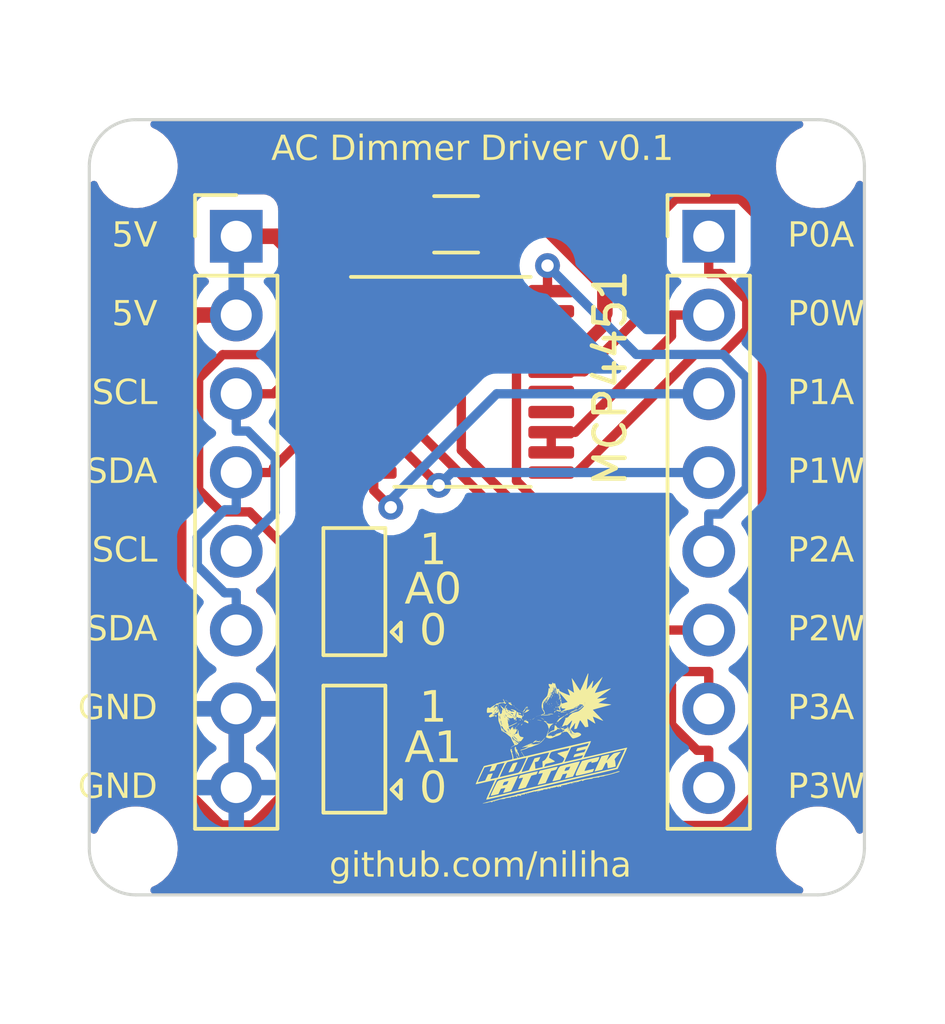
<source format=kicad_pcb>
(kicad_pcb (version 20221018) (generator pcbnew)
  (layers (0 "F.Cu" signal) (31 "B.Cu" signal) (34 "B.Paste" user) (35 "F.Paste" user) (36 "B.SilkS" user "B.Silkscreen") (37 "F.SilkS" user "F.Silkscreen") (38 "B.Mask" user) (39 "F.Mask" user) (44 "Edge.Cuts" user))
  (net 0 "")
  (net 1 "+5V")
  (net 2 "GND")
  (net 3 "SCL_MCU")
  (net 4 "SDA_MCU")
  (net 5 "/A0")
  (net 6 "/A1")
  (net 9 "P0A")
  (net 10 "P0W")
  (net 11 "P1A")
  (net 12 "P1W")
  (net 13 "P2A")
  (net 14 "P2W")
  (net 15 "P3A")
  (net 16 "P3W")
  (footprint "LOGO" (layer "F.Cu") (at 152.4 64.516)
    (fp_text reference "G***" hide)
    (fp_text value "LOGO" hide)
  )
  (footprint "Package_SO:TSSOP-20_4.4x6.5mm_P0.65mm" (layer "F.Cu") (at 149.5375 52.955)
    (fp_text reference "U1" hide)
    (fp_text value "MCP4451" (at 4.7675 -0.123 90) (layer "F.SilkS"))
    (pad "1" smd roundrect (at -2.8625 -2.925) (size 1.475 0.4) (layers "F.Cu" "F.Paste" "F.Mask") (net 15 "P3A"))
    (pad "2" smd roundrect (at -2.8625 -2.275) (size 1.475 0.4) (layers "F.Cu" "F.Paste" "F.Mask") (net 16 "P3W"))
    (pad "3" smd roundrect (at -2.8625 -1.625) (size 1.475 0.4) (layers "F.Cu" "F.Paste" "F.Mask") (net 16 "P3W"))
    (pad "4" smd roundrect (at -2.8625 -0.975) (size 1.475 0.4) (layers "F.Cu" "F.Paste" "F.Mask") (net 5 "/A0"))
    (pad "5" smd roundrect (at -2.8625 -0.325) (size 1.475 0.4) (layers "F.Cu" "F.Paste" "F.Mask") (net 3 "SCL_MCU"))
    (pad "6" smd roundrect (at -2.8625 0.325) (size 1.475 0.4) (layers "F.Cu" "F.Paste" "F.Mask") (net 4 "SDA_MCU"))
    (pad "7" smd roundrect (at -2.8625 0.975) (size 1.475 0.4) (layers "F.Cu" "F.Paste" "F.Mask") (net 2 "GND"))
    (pad "8" smd roundrect (at -2.8625 1.625) (size 1.475 0.4) (layers "F.Cu" "F.Paste" "F.Mask") (net 12 "P1W"))
    (pad "9" smd roundrect (at -2.8625 2.275) (size 1.475 0.4) (layers "F.Cu" "F.Paste" "F.Mask") (net 12 "P1W"))
    (pad "10" smd roundrect (at -2.8625 2.925) (size 1.475 0.4) (layers "F.Cu" "F.Paste" "F.Mask") (net 11 "P1A"))
    (pad "11" smd roundrect (at 2.8625 2.925) (size 1.475 0.4) (layers "F.Cu" "F.Paste" "F.Mask") (net 9 "P0A"))
    (pad "12" smd roundrect (at 2.8625 2.275) (size 1.475 0.4) (layers "F.Cu" "F.Paste" "F.Mask") (net 10 "P0W"))
    (pad "13" smd roundrect (at 2.8625 1.625) (size 1.475 0.4) (layers "F.Cu" "F.Paste" "F.Mask") (net 10 "P0W"))
    (pad "14" smd roundrect (at 2.8625 0.975) (size 1.475 0.4) (layers "F.Cu" "F.Paste" "F.Mask"))
    (pad "15" smd roundrect (at 2.8625 0.325) (size 1.475 0.4) (layers "F.Cu" "F.Paste" "F.Mask"))
    (pad "16" smd roundrect (at 2.8625 -0.325) (size 1.475 0.4) (layers "F.Cu" "F.Paste" "F.Mask") (net 6 "/A1"))
    (pad "17" smd roundrect (at 2.8625 -0.975) (size 1.475 0.4) (layers "F.Cu" "F.Paste" "F.Mask") (net 1 "+5V"))
    (pad "18" smd roundrect (at 2.8625 -1.625) (size 1.475 0.4) (layers "F.Cu" "F.Paste" "F.Mask") (net 14 "P2W"))
    (pad "19" smd roundrect (at 2.8625 -2.275) (size 1.475 0.4) (layers "F.Cu" "F.Paste" "F.Mask") (net 14 "P2W"))
    (pad "20" smd roundrect (at 2.8625 -2.925) (size 1.475 0.4) (layers "F.Cu" "F.Paste" "F.Mask") (net 13 "P2A"))
  )
  (footprint "MountingHole:MountingHole_2.2mm_M2" (layer "F.Cu") (at 161 46)
    (fp_text reference "H2" hide)
    (fp_text value "MountingHole" hide)
    (pad "" np_thru_hole circle (at 0 0) (size 2.2 2.2) (drill 2.2) (layers "*.Cu" "*.Mask"))
  )
  (footprint "MountingHole:MountingHole_2.2mm_M2" (layer "F.Cu") (at 139 68)
    (fp_text reference "H3" hide)
    (fp_text value "MountingHole" hide)
    (pad "" np_thru_hole circle (at 0 0) (size 2.2 2.2) (drill 2.2) (layers "*.Cu" "*.Mask"))
  )
  (footprint "Jumper:SolderJumper-3_P1.3mm_Open_Pad1.0x1.5mm" (layer "F.Cu") (at 146.05 59.72 90)
    (fp_text reference "JP1" hide)
    (fp_text value "SolderJumper_3_Open" hide)
    (pad "1" smd rect (at -1.3 0 90) (size 1 1.5) (layers "F.Cu" "F.Mask") (net 2 "GND"))
    (pad "2" smd rect (at 0 0 90) (size 1 1.5) (layers "F.Cu" "F.Mask") (net 5 "/A0"))
    (pad "3" smd rect (at 1.3 0 90) (size 1 1.5) (layers "F.Cu" "F.Mask") (net 1 "+5V"))
  )
  (footprint "MountingHole:MountingHole_2.2mm_M2" (layer "F.Cu") (at 161 68)
    (fp_text reference "H4" hide)
    (fp_text value "MountingHole" hide)
    (pad "" np_thru_hole circle (at 0 0) (size 2.2 2.2) (drill 2.2) (layers "*.Cu" "*.Mask"))
  )
  (footprint "Connector_PinHeader_2.54mm:PinHeader_1x08_P2.54mm_Vertical" (layer "F.Cu") (at 157.48 48.26)
    (fp_text reference "J1" hide)
    (fp_text value "Conn_01x08_Pin" hide)
    (pad "1" thru_hole rect (at 0 0) (size 1.7 1.7) (drill 1) (layers "*.Cu" "*.Mask") (net 9 "P0A"))
    (pad "2" thru_hole oval (at 0 2.54) (size 1.7 1.7) (drill 1) (layers "*.Cu" "*.Mask") (net 10 "P0W"))
    (pad "3" thru_hole oval (at 0 5.08) (size 1.7 1.7) (drill 1) (layers "*.Cu" "*.Mask") (net 11 "P1A"))
    (pad "4" thru_hole oval (at 0 7.62) (size 1.7 1.7) (drill 1) (layers "*.Cu" "*.Mask") (net 12 "P1W"))
    (pad "5" thru_hole oval (at 0 10.16) (size 1.7 1.7) (drill 1) (layers "*.Cu" "*.Mask") (net 13 "P2A"))
    (pad "6" thru_hole oval (at 0 12.7) (size 1.7 1.7) (drill 1) (layers "*.Cu" "*.Mask") (net 14 "P2W"))
    (pad "7" thru_hole oval (at 0 15.24) (size 1.7 1.7) (drill 1) (layers "*.Cu" "*.Mask") (net 15 "P3A"))
    (pad "8" thru_hole oval (at 0 17.78) (size 1.7 1.7) (drill 1) (layers "*.Cu" "*.Mask") (net 16 "P3W"))
  )
  (footprint "MountingHole:MountingHole_2.2mm_M2" (layer "F.Cu") (at 139 46)
    (fp_text reference "H1" hide)
    (fp_text value "MountingHole" hide)
    (pad "" np_thru_hole circle (at 0 0) (size 2.2 2.2) (drill 2.2) (layers "*.Cu" "*.Mask"))
  )
  (footprint "Capacitor_SMD:C_1206_3216Metric" (layer "F.Cu") (at 149.3325 47.875 180)
    (fp_text reference "C1" hide)
    (fp_text value "0.1uF" hide)
    (pad "1" smd roundrect (at -1.475 0 180) (size 1.15 1.8) (layers "F.Cu" "F.Paste" "F.Mask") (roundrect_rratio 0.217391) (net 1 "+5V"))
    (pad "2" smd roundrect (at 1.475 0 180) (size 1.15 1.8) (layers "F.Cu" "F.Paste" "F.Mask") (roundrect_rratio 0.217391) (net 2 "GND"))
  )
  (footprint "Connector_PinHeader_2.54mm:PinHeader_1x08_P2.54mm_Vertical" (layer "F.Cu") (at 142.24 48.26)
    (fp_text reference "J2" hide)
    (fp_text value "Conn_01x08_Pin" hide)
    (pad "1" thru_hole rect (at 0 0) (size 1.7 1.7) (drill 1) (layers "*.Cu" "*.Mask") (net 1 "+5V"))
    (pad "2" thru_hole oval (at 0 2.54) (size 1.7 1.7) (drill 1) (layers "*.Cu" "*.Mask") (net 1 "+5V"))
    (pad "3" thru_hole oval (at 0 5.08) (size 1.7 1.7) (drill 1) (layers "*.Cu" "*.Mask") (net 3 "SCL_MCU"))
    (pad "4" thru_hole oval (at 0 7.62) (size 1.7 1.7) (drill 1) (layers "*.Cu" "*.Mask") (net 4 "SDA_MCU"))
    (pad "5" thru_hole oval (at 0 10.16) (size 1.7 1.7) (drill 1) (layers "*.Cu" "*.Mask") (net 3 "SCL_MCU"))
    (pad "6" thru_hole oval (at 0 12.7) (size 1.7 1.7) (drill 1) (layers "*.Cu" "*.Mask") (net 4 "SDA_MCU"))
    (pad "7" thru_hole oval (at 0 15.24) (size 1.7 1.7) (drill 1) (layers "*.Cu" "*.Mask") (net 2 "GND"))
    (pad "8" thru_hole oval (at 0 17.78) (size 1.7 1.7) (drill 1) (layers "*.Cu" "*.Mask") (net 2 "GND"))
  )
  (footprint "Jumper:SolderJumper-3_P1.3mm_Open_Pad1.0x1.5mm" (layer "F.Cu") (at 146.05 64.8 90)
    (fp_text reference "JP2" hide)
    (fp_text value "SolderJumper_3_Open" hide)
    (pad "1" smd rect (at -1.3 0 90) (size 1 1.5) (layers "F.Cu" "F.Mask") (net 2 "GND"))
    (pad "2" smd rect (at 0 0 90) (size 1 1.5) (layers "F.Cu" "F.Mask") (net 6 "/A1"))
    (pad "3" smd rect (at 1.3 0 90) (size 1 1.5) (layers "F.Cu" "F.Mask") (net 1 "+5V"))
  )
  (gr_arc (start 162.5 68) (mid 162.06066 69.06066) (end 161 69.5) (stroke (width 0.1)) (layer "Edge.Cuts"))
  (gr_arc (start 161 44.5) (mid 162.06066 44.93934) (end 162.5 46) (stroke (width 0.1)) (layer "Edge.Cuts"))
  (gr_line (start 137.5 68) (end 137.5 46) (stroke (width 0.1)) (layer "Edge.Cuts"))
  (gr_line (start 139 44.5) (end 161 44.5) (stroke (width 0.1)) (layer "Edge.Cuts"))
  (gr_arc (start 139 69.5) (mid 137.93934 69.06066) (end 137.5 68) (stroke (width 0.1)) (layer "Edge.Cuts"))
  (gr_line (start 161 69.5) (end 139 69.5) (stroke (width 0.1)) (layer "Edge.Cuts"))
  (gr_line (start 162.5 46) (end 162.5 68) (stroke (width 0.1)) (layer "Edge.Cuts"))
  (gr_arc (start 137.5 46) (mid 137.93934 44.93934) (end 139 44.5) (stroke (width 0.1)) (layer "Edge.Cuts"))
  (gr_text "P0W" (at 160.02 50.8) (layer "F.SilkS") (effects (font (size 0.8 0.8)) (justify left)))
  (gr_text "0" (at 148.59 61.02) (layer "F.SilkS") (effects (font (size 1 1))))
  (gr_text "5V" (at 139.7 50.8) (layer "F.SilkS") (effects (font (size 0.8 0.8)) (justify right)))
  (gr_text "GND" (at 139.7 66.04) (layer "F.SilkS") (effects (font (size 0.8 0.8)) (justify right)))
  (gr_text "P0A" (at 160.02 48.26) (layer "F.SilkS") (effects (font (size 0.8 0.8)) (justify left)))
  (gr_text "AC Dimmer Driver v0.1" (at 149.86 45.466) (layer "F.SilkS") (effects (font (size 0.8 0.8))))
  (gr_text "P1A" (at 160.02 53.34) (layer "F.SilkS") (effects (font (size 0.8 0.8)) (justify left)))
  (gr_text "SCL" (at 139.7 58.42) (layer "F.SilkS") (effects (font (size 0.8 0.8)) (justify right)))
  (gr_text "A1" (at 148.59 64.8) (layer "F.SilkS") (effects (font (size 1 1))))
  (gr_text "SCL" (at 139.7 53.34) (layer "F.SilkS") (effects (font (size 0.8 0.8)) (justify right)))
  (gr_text "P2A" (at 160.02 58.42) (layer "F.SilkS") (effects (font (size 0.8 0.8)) (justify left)))
  (gr_text "SDA" (at 139.7 55.88) (layer "F.SilkS") (effects (font (size 0.8 0.8)) (justify right)))
  (gr_text "P2W" (at 160.02 60.96) (layer "F.SilkS") (effects (font (size 0.8 0.8)) (justify left)))
  (gr_text "0" (at 148.59 66.1) (layer "F.SilkS") (effects (font (size 1 1))))
  (gr_text "A0" (at 148.59 59.69) (layer "F.SilkS") (effects (font (size 1 1))))
  (gr_text "1" (at 148.59 58.42) (layer "F.SilkS") (effects (font (size 1 1))))
  (gr_text "P3W" (at 160.02 66.04) (layer "F.SilkS") (effects (font (size 0.8 0.8)) (justify left)))
  (gr_text "1" (at 148.59 63.5) (layer "F.SilkS") (effects (font (size 1 1))))
  (gr_text "SDA" (at 139.7 60.96) (layer "F.SilkS") (effects (font (size 0.8 0.8)) (justify right)))
  (gr_text "P1W" (at 160.02 55.88) (layer "F.SilkS") (effects (font (size 0.8 0.8)) (justify left)))
  (gr_text "5V" (at 139.7 48.26) (layer "F.SilkS") (effects (font (size 0.8 0.8)) (justify right)))
  (gr_text "github.com/niliha" (at 150.114 68.58) (layer "F.SilkS") (effects (font (size 0.8 0.8))))
  (gr_text "P3A" (at 160.02 63.5) (layer "F.SilkS") (effects (font (size 0.8 0.8)) (justify left)))
  (gr_text "GND" (at 139.7 63.5) (layer "F.SilkS") (effects (font (size 0.8 0.8)) (justify right)))
  (segment (start 146.5259 62.5481) (end 146.05 62.5481) (width 0.5) (layer "F.Cu") (net 1))
  (segment (start 140.3839 66.0251) (end 141.7041 67.3453) (width 0.5) (layer "F.Cu") (net 1))
  (segment (start 152.1539 47.875) (end 150.8075 47.875) (width 0.5) (layer "F.Cu") (net 1))
  (segment (start 153.2388 51.98) (end 152.4 51.98) (width 0.4006) (layer "F.Cu") (net 1))
  (segment (start 154.1298 50.7387) (end 154.1298 51.089) (width 0.4006) (layer "F.Cu") (net 1))
  (segment (start 154.1298 49.8509) (end 152.1539 47.875) (width 0.5) (layer "F.Cu") (net 1))
  (segment (start 144.8481 65.3023) (end 144.8481 63.5) (width 0.5) (layer "F.Cu") (net 1))
  (segment (start 146.05 63.5) (end 146.05 62.5481) (width 0.5) (layer "F.Cu") (net 1))
  (segment (start 144.5199 49.238) (end 143.5419 48.26) (width 0.5) (layer "F.Cu") (net 1))
  (segment (start 150.8075 47.875) (end 149.4445 49.238) (width 0.5) (layer "F.Cu") (net 1))
  (segment (start 147.2519 58.42) (end 147.2519 61.8221) (width 0.5) (layer "F.Cu") (net 1))
  (segment (start 146.05 58.42) (end 147.2519 58.42) (width 0.5) (layer "F.Cu") (net 1))
  (segment (start 140.9381 50.8) (end 140.3839 51.3542) (width 0.5) (layer "F.Cu") (net 1))
  (segment (start 141.7041 67.3453) (end 142.8051 67.3453) (width 0.5) (layer "F.Cu") (net 1))
  (segment (start 147.2519 61.8221) (end 146.5259 62.5481) (width 0.5) (layer "F.Cu") (net 1))
  (segment (start 140.3839 51.3542) (end 140.3839 66.0251) (width 0.5) (layer "F.Cu") (net 1))
  (segment (start 154.1298 50.7387) (end 154.1298 49.8509) (width 0.5) (layer "F.Cu") (net 1))
  (segment (start 142.24 48.26) (end 143.5419 48.26) (width 0.5) (layer "F.Cu") (net 1))
  (segment (start 142.24 50.8) (end 140.9381 50.8) (width 0.5) (layer "F.Cu") (net 1))
  (segment (start 142.8051 67.3453) (end 144.8481 65.3023) (width 0.5) (layer "F.Cu") (net 1))
  (segment (start 154.1298 51.089) (end 153.2388 51.98) (width 0.4006) (layer "F.Cu") (net 1))
  (segment (start 149.4445 49.238) (end 144.5199 49.238) (width 0.5) (layer "F.Cu") (net 1))
  (segment (start 146.05 63.5) (end 144.8481 63.5) (width 0.5) (layer "F.Cu") (net 1))
  (segment (start 142.24 50.8) (end 142.24 48.26) (width 0.5) (layer "B.Cu") (net 1))
  (segment (start 142.24 53.34) (end 143.4419 53.34) (width 0.3) (layer "F.Cu") (net 3))
  (segment (start 144.1519 52.63) (end 146.675 52.63) (width 0.3) (layer "F.Cu") (net 3))
  (segment (start 143.4419 53.34) (end 144.1519 52.63) (width 0.3) (layer "F.Cu") (net 3))
  (segment (start 142.6136 54.5419) (end 142.24 54.5419) (width 0.3) (layer "B.Cu") (net 3))
  (segment (start 143.4959 55.4242) (end 142.6136 54.5419) (width 0.3) (layer "B.Cu") (net 3))
  (segment (start 143.4959 57.1641) (end 143.4959 55.4242) (width 0.3) (layer "B.Cu") (net 3))
  (segment (start 142.24 53.34) (end 142.24 54.5419) (width 0.3) (layer "B.Cu") (net 3))
  (segment (start 142.24 58.42) (end 143.4959 57.1641) (width 0.3) (layer "B.Cu") (net 3))
  (segment (start 142.24 55.88) (end 143.4419 55.88) (width 0.3) (layer "F.Cu") (net 4))
  (segment (start 143.4419 55.88) (end 143.4419 55.7298) (width 0.3) (layer "F.Cu") (net 4))
  (segment (start 143.4419 55.7298) (end 145.8917 53.28) (width 0.3) (layer "F.Cu") (net 4))
  (segment (start 145.8917 53.28) (end 146.675 53.28) (width 0.3) (layer "F.Cu") (net 4))
  (segment (start 140.9841 58.8778) (end 140.9841 57.9642) (width 0.3) (layer "B.Cu") (net 4))
  (segment (start 142.24 60.96) (end 142.24 59.7581) (width 0.3) (layer "B.Cu") (net 4))
  (segment (start 142.24 59.7581) (end 141.8644 59.7581) (width 0.3) (layer "B.Cu") (net 4))
  (segment (start 142.24 55.88) (end 142.24 57.0819) (width 0.3) (layer "B.Cu") (net 4))
  (segment (start 140.9841 57.9642) (end 141.8664 57.0819) (width 0.3) (layer "B.Cu") (net 4))
  (segment (start 141.8664 57.0819) (end 142.24 57.0819) (width 0.3) (layer "B.Cu") (net 4))
  (segment (start 141.8644 59.7581) (end 140.9841 58.8778) (width 0.3) (layer "B.Cu") (net 4))
  (segment (start 141.027 56.4325) (end 141.027 52.8532) (width 0.3) (layer "F.Cu") (net 5))
  (segment (start 141.8025 52.0777) (end 146.5773 52.0777) (width 0.3) (layer "F.Cu") (net 5))
  (segment (start 146.5773 52.0777) (end 146.675 51.98) (width 0.3) (layer "F.Cu") (net 5))
  (segment (start 146.05 59.72) (end 144.9481 59.72) (width 0.3) (layer "F.Cu") (net 5))
  (segment (start 144.9481 59.4228) (end 142.6753 57.15) (width 0.3) (layer "F.Cu") (net 5))
  (segment (start 141.027 52.8532) (end 141.8025 52.0777) (width 0.3) (layer "F.Cu") (net 5))
  (segment (start 141.7445 57.15) (end 141.027 56.4325) (width 0.3) (layer "F.Cu") (net 5))
  (segment (start 144.9481 59.72) (end 144.9481 59.4228) (width 0.3) (layer "F.Cu") (net 5))
  (segment (start 142.6753 57.15) (end 141.7445 57.15) (width 0.3) (layer "F.Cu") (net 5))
  (segment (start 153.9725 64.8) (end 156.4348 67.2623) (width 0.3) (layer "F.Cu") (net 6))
  (segment (start 146.05 64.8) (end 153.9725 64.8) (width 0.3) (layer "F.Cu") (net 6))
  (segment (start 159.2087 66.0139) (end 159.2087 47.778) (width 0.3) (layer "F.Cu") (net 6))
  (segment (start 155.7777 50.3171) (end 153.4648 52.63) (width 0.3) (layer "F.Cu") (net 6))
  (segment (start 157.9603 67.2623) (end 159.2087 66.0139) (width 0.3) (layer "F.Cu") (net 6))
  (segment (start 159.2087 47.778) (end 158.4888 47.0581) (width 0.3) (layer "F.Cu") (net 6))
  (segment (start 158.4888 47.0581) (end 156.4076 47.0581) (width 0.3) (layer "F.Cu") (net 6))
  (segment (start 156.4348 67.2623) (end 157.9603 67.2623) (width 0.3) (layer "F.Cu") (net 6))
  (segment (start 155.7777 47.688) (end 155.7777 50.3171) (width 0.3) (layer "F.Cu") (net 6))
  (segment (start 153.4648 52.63) (end 152.4 52.63) (width 0.3) (layer "F.Cu") (net 6))
  (segment (start 156.4076 47.0581) (end 155.7777 47.688) (width 0.3) (layer "F.Cu") (net 6))
  (segment (start 158.7047 50.311) (end 158.7047 51.2781) (width 0.3) (layer "F.Cu") (net 9))
  (segment (start 157.48 49.4619) (end 157.8556 49.4619) (width 0.3) (layer "F.Cu") (net 9))
  (segment (start 157.48 48.26) (end 157.48 49.4619) (width 0.3) (layer "F.Cu") (net 9))
  (segment (start 158.7047 51.2781) (end 157.9128 52.07) (width 0.3) (layer "F.Cu") (net 9))
  (segment (start 157.8556 49.4619) (end 158.7047 50.311) (width 0.3) (layer "F.Cu") (net 9))
  (segment (start 157.9128 52.07) (end 157.0352 52.07) (width 0.3) (layer "F.Cu") (net 9))
  (segment (start 157.0352 52.07) (end 153.2252 55.88) (width 0.3) (layer "F.Cu") (net 9))
  (segment (start 153.2252 55.88) (end 152.4 55.88) (width 0.3) (layer "F.Cu") (net 9))
  (segment (start 156.2781 50.8) (end 156.2781 51.4761) (width 0.3) (layer "F.Cu") (net 10))
  (segment (start 157.48 50.8) (end 156.2781 50.8) (width 0.3) (layer "F.Cu") (net 10))
  (segment (start 156.2781 51.4761) (end 153.1742 54.58) (width 0.3) (layer "F.Cu") (net 10))
  (segment (start 152.4 54.58) (end 152.4 55.23) (width 0.3) (layer "F.Cu") (net 10))
  (segment (start 153.1742 54.58) (end 152.4 54.58) (width 0.3) (layer "F.Cu") (net 10))
  (segment (start 146.675 56.4525) (end 146.675 55.88) (width 0.3) (layer "F.Cu") (net 11))
  (segment (start 147.2227 57.0002) (end 146.675 56.4525) (width 0.3) (layer "F.Cu") (net 11))
  (via (at 147.2227 57.0002) (size 0.8) (drill 0.4) (layers "F.Cu" "B.Cu") (net 11))
  (segment (start 150.641 53.34) (end 147.2227 56.7583) (width 0.3) (layer "B.Cu") (net 11))
  (segment (start 157.48 53.34) (end 150.641 53.34) (width 0.3) (layer "B.Cu") (net 11))
  (segment (start 147.2227 56.7583) (end 147.2227 57.0002) (width 0.3) (layer "B.Cu") (net 11))
  (segment (start 147.7074 55.23) (end 148.7711 56.2937) (width 0.3) (layer "F.Cu") (net 12))
  (segment (start 146.675 55.23) (end 146.675 54.58) (width 0.3) (layer "F.Cu") (net 12))
  (segment (start 146.675 55.23) (end 147.7074 55.23) (width 0.3) (layer "F.Cu") (net 12))
  (via (at 148.7711 56.2937) (size 0.8) (drill 0.4) (layers "F.Cu" "B.Cu") (net 12))
  (segment (start 149.1848 55.88) (end 148.7711 56.2937) (width 0.3) (layer "B.Cu") (net 12))
  (segment (start 157.48 55.88) (end 149.1848 55.88) (width 0.3) (layer "B.Cu") (net 12))
  (segment (start 152.2797 49.2056) (end 152.2797 49.9097) (width 0.3) (layer "F.Cu") (net 13))
  (segment (start 152.2797 49.9097) (end 152.4 50.03) (width 0.3) (layer "F.Cu") (net 13))
  (via (at 152.2797 49.2056) (size 0.8) (drill 0.4) (layers "F.Cu" "B.Cu") (net 13))
  (segment (start 157.8556 57.2181) (end 158.6927 56.381) (width 0.3) (layer "B.Cu") (net 13))
  (segment (start 158.6927 56.381) (end 158.6927 52.8228) (width 0.3) (layer "B.Cu") (net 13))
  (segment (start 157.48 58.42) (end 157.48 57.2181) (width 0.3) (layer "B.Cu") (net 13))
  (segment (start 157.9399 52.07) (end 155.1441 52.07) (width 0.3) (layer "B.Cu") (net 13))
  (segment (start 158.6927 52.8228) (end 157.9399 52.07) (width 0.3) (layer "B.Cu") (net 13))
  (segment (start 157.48 57.2181) (end 157.8556 57.2181) (width 0.3) (layer "B.Cu") (net 13))
  (segment (start 155.1441 52.07) (end 152.2797 49.2056) (width 0.3) (layer "B.Cu") (net 13))
  (segment (start 151.6434 51.33) (end 152.4 51.33) (width 0.3) (layer "F.Cu") (net 14))
  (segment (start 151.2786 56.1494) (end 151.2786 51.6948) (width 0.3) (layer "F.Cu") (net 14))
  (segment (start 156.0892 60.96) (end 151.2786 56.1494) (width 0.3) (layer "F.Cu") (net 14))
  (segment (start 151.2786 51.6948) (end 151.6434 51.33) (width 0.3) (layer "F.Cu") (net 14))
  (segment (start 157.48 60.96) (end 156.0892 60.96) (width 0.3) (layer "F.Cu") (net 14))
  (segment (start 152.4 50.68) (end 152.4 51.33) (width 0.3) (layer "F.Cu") (net 14))
  (segment (start 149.4996 52.0881) (end 147.4415 50.03) (width 0.3) (layer "F.Cu") (net 15))
  (segment (start 149.4996 55.1636) (end 149.4996 52.0881) (width 0.3) (layer "F.Cu") (net 15))
  (segment (start 156.6341 62.2981) (end 149.4996 55.1636) (width 0.3) (layer "F.Cu") (net 15))
  (segment (start 157.48 62.2981) (end 156.6341 62.2981) (width 0.3) (layer "F.Cu") (net 15))
  (segment (start 157.48 63.5) (end 157.48 62.2981) (width 0.3) (layer "F.Cu") (net 15))
  (segment (start 147.4415 50.03) (end 146.675 50.03) (width 0.3) (layer "F.Cu") (net 15))
  (segment (start 148.0759 51.9987) (end 148.0759 54.5349) (width 0.3) (layer "F.Cu") (net 16))
  (segment (start 146.675 51.33) (end 147.4072 51.33) (width 0.3) (layer "F.Cu") (net 16))
  (segment (start 156.2781 64.0119) (end 157.1043 64.8381) (width 0.3) (layer "F.Cu") (net 16))
  (segment (start 148.0759 54.5349) (end 156.2781 62.7371) (width 0.3) (layer "F.Cu") (net 16))
  (segment (start 156.2781 62.7371) (end 156.2781 64.0119) (width 0.3) (layer "F.Cu") (net 16))
  (segment (start 146.675 51.33) (end 146.675 50.68) (width 0.3) (layer "F.Cu") (net 16))
  (segment (start 157.48 66.04) (end 157.48 64.8381) (width 0.3) (layer "F.Cu") (net 16))
  (segment (start 147.4072 51.33) (end 148.0759 51.9987) (width 0.3) (layer "F.Cu") (net 16))
  (segment (start 157.1043 64.8381) (end 157.48 64.8381) (width 0.3) (layer "F.Cu") (net 16))
  (zone (net 2) (net_name "GND") (layers "F&B.Cu") (connect_pads (clearance 0.5)) (min_thickness 0.25) (fill yes (thermal_gap 0.5) (thermal_bridge_width 0.5))
    (polygon (pts (xy 134.62 40.64) (xy 165.1 40.64) (xy 165.1 73.66) (xy 134.62 73.66)))
  )
)
</source>
